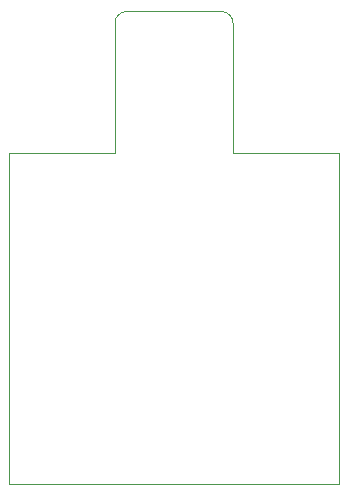
<source format=gm1>
%TF.GenerationSoftware,KiCad,Pcbnew,8.0.4*%
%TF.CreationDate,2024-08-22T19:39:17+02:00*%
%TF.ProjectId,GoldElectrode,476f6c64-456c-4656-9374-726f64652e6b,rev?*%
%TF.SameCoordinates,Original*%
%TF.FileFunction,Profile,NP*%
%FSLAX46Y46*%
G04 Gerber Fmt 4.6, Leading zero omitted, Abs format (unit mm)*
G04 Created by KiCad (PCBNEW 8.0.4) date 2024-08-22 19:39:17*
%MOMM*%
%LPD*%
G01*
G04 APERTURE LIST*
%TA.AperFunction,Profile*%
%ADD10C,0.050000*%
%TD*%
G04 APERTURE END LIST*
D10*
X123000000Y-90000000D02*
X123000000Y-62000000D01*
X105000000Y-50000000D02*
X113000000Y-50000000D01*
X114000000Y-51000000D02*
X114000000Y-62000000D01*
X104000000Y-62000000D02*
X104000000Y-51000000D01*
X95000000Y-90000000D02*
X123000000Y-90000000D01*
X113000000Y-50000000D02*
G75*
G02*
X114000000Y-51000000I0J-1000000D01*
G01*
X95000000Y-90000000D02*
X95000000Y-62000000D01*
X95000000Y-62000000D02*
X104000000Y-62000000D01*
X104000000Y-51000000D02*
G75*
G02*
X105000000Y-50000000I1000000J0D01*
G01*
X114000000Y-62000000D02*
X123000000Y-62000000D01*
M02*

</source>
